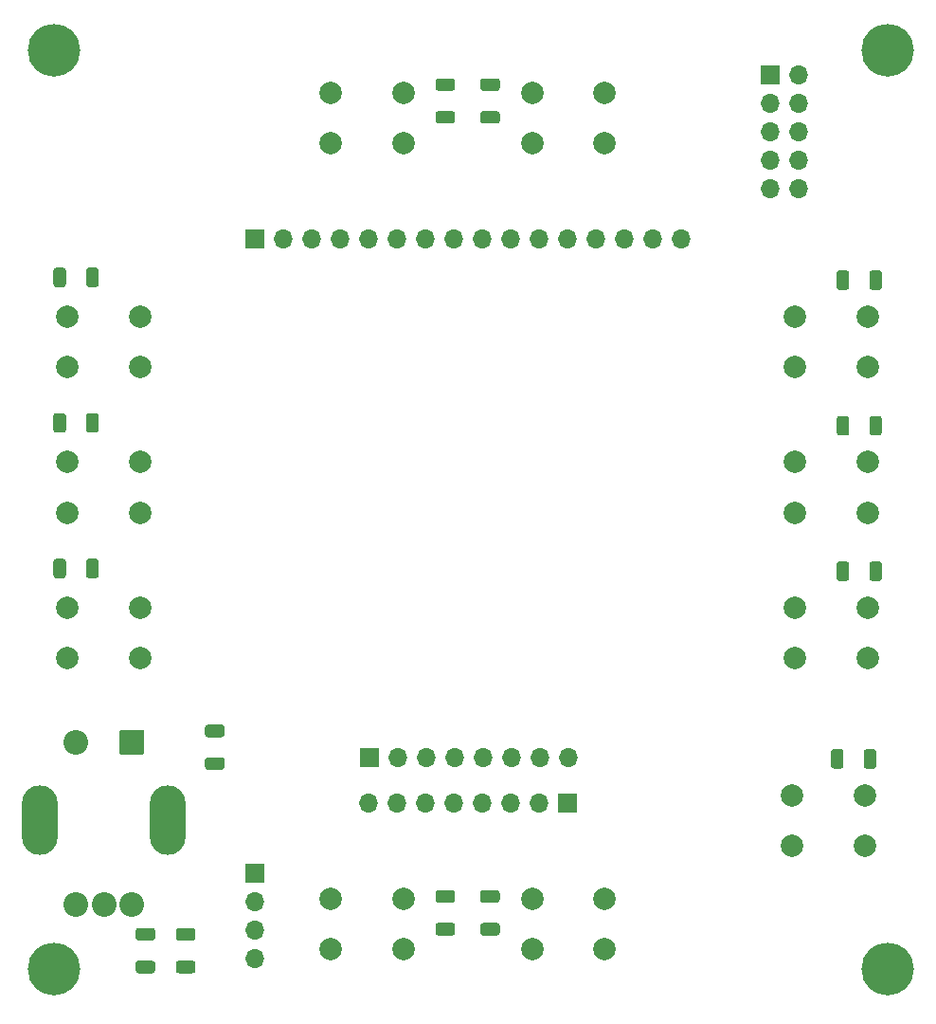
<source format=gbr>
G04 #@! TF.GenerationSoftware,KiCad,Pcbnew,8.0.4+1*
G04 #@! TF.CreationDate,2024-10-22T10:15:23+00:00*
G04 #@! TF.ProjectId,DriverDeskTft,44726976-6572-4446-9573-6b5466742e6b,0.0.1*
G04 #@! TF.SameCoordinates,Original*
G04 #@! TF.FileFunction,Soldermask,Top*
G04 #@! TF.FilePolarity,Negative*
%FSLAX46Y46*%
G04 Gerber Fmt 4.6, Leading zero omitted, Abs format (unit mm)*
G04 Created by KiCad (PCBNEW 8.0.4+1) date 2024-10-22 10:15:23*
%MOMM*%
%LPD*%
G01*
G04 APERTURE LIST*
%ADD10C,4.700000*%
%ADD11R,1.700000X1.700000*%
%ADD12O,1.700000X1.700000*%
%ADD13C,2.000000*%
%ADD14C,2.204000*%
%ADD15O,3.204000X6.204000*%
G04 APERTURE END LIST*
G36*
G01*
X67025000Y-90625000D02*
X67025000Y-91875000D01*
G75*
G02*
X66775000Y-92125000I-250000J0D01*
G01*
X66150000Y-92125000D01*
G75*
G02*
X65900000Y-91875000I0J250000D01*
G01*
X65900000Y-90625000D01*
G75*
G02*
X66150000Y-90375000I250000J0D01*
G01*
X66775000Y-90375000D01*
G75*
G02*
X67025000Y-90625000I0J-250000D01*
G01*
G37*
G36*
G01*
X64100000Y-90625000D02*
X64100000Y-91875000D01*
G75*
G02*
X63850000Y-92125000I-250000J0D01*
G01*
X63225000Y-92125000D01*
G75*
G02*
X62975000Y-91875000I0J250000D01*
G01*
X62975000Y-90625000D01*
G75*
G02*
X63225000Y-90375000I250000J0D01*
G01*
X63850000Y-90375000D01*
G75*
G02*
X64100000Y-90625000I0J-250000D01*
G01*
G37*
G36*
G01*
X67025000Y-103625000D02*
X67025000Y-104875000D01*
G75*
G02*
X66775000Y-105125000I-250000J0D01*
G01*
X66150000Y-105125000D01*
G75*
G02*
X65900000Y-104875000I0J250000D01*
G01*
X65900000Y-103625000D01*
G75*
G02*
X66150000Y-103375000I250000J0D01*
G01*
X66775000Y-103375000D01*
G75*
G02*
X67025000Y-103625000I0J-250000D01*
G01*
G37*
G36*
G01*
X64100000Y-103625000D02*
X64100000Y-104875000D01*
G75*
G02*
X63850000Y-105125000I-250000J0D01*
G01*
X63225000Y-105125000D01*
G75*
G02*
X62975000Y-104875000I0J250000D01*
G01*
X62975000Y-103625000D01*
G75*
G02*
X63225000Y-103375000I250000J0D01*
G01*
X63850000Y-103375000D01*
G75*
G02*
X64100000Y-103625000I0J-250000D01*
G01*
G37*
D10*
X137500000Y-140000000D03*
G36*
G01*
X71825000Y-140393750D02*
X70575000Y-140393750D01*
G75*
G02*
X70325000Y-140143750I0J250000D01*
G01*
X70325000Y-139518750D01*
G75*
G02*
X70575000Y-139268750I250000J0D01*
G01*
X71825000Y-139268750D01*
G75*
G02*
X72075000Y-139518750I0J-250000D01*
G01*
X72075000Y-140143750D01*
G75*
G02*
X71825000Y-140393750I-250000J0D01*
G01*
G37*
G36*
G01*
X71825000Y-137468750D02*
X70575000Y-137468750D01*
G75*
G02*
X70325000Y-137218750I0J250000D01*
G01*
X70325000Y-136593750D01*
G75*
G02*
X70575000Y-136343750I250000J0D01*
G01*
X71825000Y-136343750D01*
G75*
G02*
X72075000Y-136593750I0J-250000D01*
G01*
X72075000Y-137218750D01*
G75*
G02*
X71825000Y-137468750I-250000J0D01*
G01*
G37*
G36*
G01*
X132975000Y-79125000D02*
X132975000Y-77875000D01*
G75*
G02*
X133225000Y-77625000I250000J0D01*
G01*
X133850000Y-77625000D01*
G75*
G02*
X134100000Y-77875000I0J-250000D01*
G01*
X134100000Y-79125000D01*
G75*
G02*
X133850000Y-79375000I-250000J0D01*
G01*
X133225000Y-79375000D01*
G75*
G02*
X132975000Y-79125000I0J250000D01*
G01*
G37*
G36*
G01*
X135900000Y-79125000D02*
X135900000Y-77875000D01*
G75*
G02*
X136150000Y-77625000I250000J0D01*
G01*
X136775000Y-77625000D01*
G75*
G02*
X137025000Y-77875000I0J-250000D01*
G01*
X137025000Y-79125000D01*
G75*
G02*
X136775000Y-79375000I-250000J0D01*
G01*
X136150000Y-79375000D01*
G75*
G02*
X135900000Y-79125000I0J250000D01*
G01*
G37*
G36*
G01*
X78025000Y-122237500D02*
X76775000Y-122237500D01*
G75*
G02*
X76525000Y-121987500I0J250000D01*
G01*
X76525000Y-121362500D01*
G75*
G02*
X76775000Y-121112500I250000J0D01*
G01*
X78025000Y-121112500D01*
G75*
G02*
X78275000Y-121362500I0J-250000D01*
G01*
X78275000Y-121987500D01*
G75*
G02*
X78025000Y-122237500I-250000J0D01*
G01*
G37*
G36*
G01*
X78025000Y-119312500D02*
X76775000Y-119312500D01*
G75*
G02*
X76525000Y-119062500I0J250000D01*
G01*
X76525000Y-118437500D01*
G75*
G02*
X76775000Y-118187500I250000J0D01*
G01*
X78025000Y-118187500D01*
G75*
G02*
X78275000Y-118437500I0J-250000D01*
G01*
X78275000Y-119062500D01*
G75*
G02*
X78025000Y-119312500I-250000J0D01*
G01*
G37*
G36*
G01*
X132475000Y-121875000D02*
X132475000Y-120625000D01*
G75*
G02*
X132725000Y-120375000I250000J0D01*
G01*
X133350000Y-120375000D01*
G75*
G02*
X133600000Y-120625000I0J-250000D01*
G01*
X133600000Y-121875000D01*
G75*
G02*
X133350000Y-122125000I-250000J0D01*
G01*
X132725000Y-122125000D01*
G75*
G02*
X132475000Y-121875000I0J250000D01*
G01*
G37*
G36*
G01*
X135400000Y-121875000D02*
X135400000Y-120625000D01*
G75*
G02*
X135650000Y-120375000I250000J0D01*
G01*
X136275000Y-120375000D01*
G75*
G02*
X136525000Y-120625000I0J-250000D01*
G01*
X136525000Y-121875000D01*
G75*
G02*
X136275000Y-122125000I-250000J0D01*
G01*
X135650000Y-122125000D01*
G75*
G02*
X135400000Y-121875000I0J250000D01*
G01*
G37*
X63000000Y-58000000D03*
D11*
X91220000Y-121100000D03*
D12*
X93760000Y-121100000D03*
X96300000Y-121100000D03*
X98840000Y-121100000D03*
X101380000Y-121100000D03*
X103920000Y-121100000D03*
X106460000Y-121100000D03*
X109000000Y-121100000D03*
G36*
G01*
X67025000Y-77625000D02*
X67025000Y-78875000D01*
G75*
G02*
X66775000Y-79125000I-250000J0D01*
G01*
X66150000Y-79125000D01*
G75*
G02*
X65900000Y-78875000I0J250000D01*
G01*
X65900000Y-77625000D01*
G75*
G02*
X66150000Y-77375000I250000J0D01*
G01*
X66775000Y-77375000D01*
G75*
G02*
X67025000Y-77625000I0J-250000D01*
G01*
G37*
G36*
G01*
X64100000Y-77625000D02*
X64100000Y-78875000D01*
G75*
G02*
X63850000Y-79125000I-250000J0D01*
G01*
X63225000Y-79125000D01*
G75*
G02*
X62975000Y-78875000I0J250000D01*
G01*
X62975000Y-77625000D01*
G75*
G02*
X63225000Y-77375000I250000J0D01*
G01*
X63850000Y-77375000D01*
G75*
G02*
X64100000Y-77625000I0J-250000D01*
G01*
G37*
G36*
G01*
X132975000Y-105125000D02*
X132975000Y-103875000D01*
G75*
G02*
X133225000Y-103625000I250000J0D01*
G01*
X133850000Y-103625000D01*
G75*
G02*
X134100000Y-103875000I0J-250000D01*
G01*
X134100000Y-105125000D01*
G75*
G02*
X133850000Y-105375000I-250000J0D01*
G01*
X133225000Y-105375000D01*
G75*
G02*
X132975000Y-105125000I0J250000D01*
G01*
G37*
G36*
G01*
X135900000Y-105125000D02*
X135900000Y-103875000D01*
G75*
G02*
X136150000Y-103625000I250000J0D01*
G01*
X136775000Y-103625000D01*
G75*
G02*
X137025000Y-103875000I0J-250000D01*
G01*
X137025000Y-105125000D01*
G75*
G02*
X136775000Y-105375000I-250000J0D01*
G01*
X136150000Y-105375000D01*
G75*
G02*
X135900000Y-105125000I0J250000D01*
G01*
G37*
G36*
G01*
X98625000Y-137025000D02*
X97375000Y-137025000D01*
G75*
G02*
X97125000Y-136775000I0J250000D01*
G01*
X97125000Y-136150000D01*
G75*
G02*
X97375000Y-135900000I250000J0D01*
G01*
X98625000Y-135900000D01*
G75*
G02*
X98875000Y-136150000I0J-250000D01*
G01*
X98875000Y-136775000D01*
G75*
G02*
X98625000Y-137025000I-250000J0D01*
G01*
G37*
G36*
G01*
X98625000Y-134100000D02*
X97375000Y-134100000D01*
G75*
G02*
X97125000Y-133850000I0J250000D01*
G01*
X97125000Y-133225000D01*
G75*
G02*
X97375000Y-132975000I250000J0D01*
G01*
X98625000Y-132975000D01*
G75*
G02*
X98875000Y-133225000I0J-250000D01*
G01*
X98875000Y-133850000D01*
G75*
G02*
X98625000Y-134100000I-250000J0D01*
G01*
G37*
G36*
G01*
X75425000Y-140393750D02*
X74175000Y-140393750D01*
G75*
G02*
X73925000Y-140143750I0J250000D01*
G01*
X73925000Y-139518750D01*
G75*
G02*
X74175000Y-139268750I250000J0D01*
G01*
X75425000Y-139268750D01*
G75*
G02*
X75675000Y-139518750I0J-250000D01*
G01*
X75675000Y-140143750D01*
G75*
G02*
X75425000Y-140393750I-250000J0D01*
G01*
G37*
G36*
G01*
X75425000Y-137468750D02*
X74175000Y-137468750D01*
G75*
G02*
X73925000Y-137218750I0J250000D01*
G01*
X73925000Y-136593750D01*
G75*
G02*
X74175000Y-136343750I250000J0D01*
G01*
X75425000Y-136343750D01*
G75*
G02*
X75675000Y-136593750I0J-250000D01*
G01*
X75675000Y-137218750D01*
G75*
G02*
X75425000Y-137468750I-250000J0D01*
G01*
G37*
G36*
G01*
X132975000Y-92125000D02*
X132975000Y-90875000D01*
G75*
G02*
X133225000Y-90625000I250000J0D01*
G01*
X133850000Y-90625000D01*
G75*
G02*
X134100000Y-90875000I0J-250000D01*
G01*
X134100000Y-92125000D01*
G75*
G02*
X133850000Y-92375000I-250000J0D01*
G01*
X133225000Y-92375000D01*
G75*
G02*
X132975000Y-92125000I0J250000D01*
G01*
G37*
G36*
G01*
X135900000Y-92125000D02*
X135900000Y-90875000D01*
G75*
G02*
X136150000Y-90625000I250000J0D01*
G01*
X136775000Y-90625000D01*
G75*
G02*
X137025000Y-90875000I0J-250000D01*
G01*
X137025000Y-92125000D01*
G75*
G02*
X136775000Y-92375000I-250000J0D01*
G01*
X136150000Y-92375000D01*
G75*
G02*
X135900000Y-92125000I0J250000D01*
G01*
G37*
D10*
X63000000Y-140000000D03*
G36*
G01*
X102625000Y-64525000D02*
X101375000Y-64525000D01*
G75*
G02*
X101125000Y-64275000I0J250000D01*
G01*
X101125000Y-63650000D01*
G75*
G02*
X101375000Y-63400000I250000J0D01*
G01*
X102625000Y-63400000D01*
G75*
G02*
X102875000Y-63650000I0J-250000D01*
G01*
X102875000Y-64275000D01*
G75*
G02*
X102625000Y-64525000I-250000J0D01*
G01*
G37*
G36*
G01*
X102625000Y-61600000D02*
X101375000Y-61600000D01*
G75*
G02*
X101125000Y-61350000I0J250000D01*
G01*
X101125000Y-60725000D01*
G75*
G02*
X101375000Y-60475000I250000J0D01*
G01*
X102625000Y-60475000D01*
G75*
G02*
X102875000Y-60725000I0J-250000D01*
G01*
X102875000Y-61350000D01*
G75*
G02*
X102625000Y-61600000I-250000J0D01*
G01*
G37*
D11*
X81000000Y-131460000D03*
D12*
X81000000Y-134000000D03*
X81000000Y-136540000D03*
X81000000Y-139080000D03*
G36*
G01*
X102625000Y-137025000D02*
X101375000Y-137025000D01*
G75*
G02*
X101125000Y-136775000I0J250000D01*
G01*
X101125000Y-136150000D01*
G75*
G02*
X101375000Y-135900000I250000J0D01*
G01*
X102625000Y-135900000D01*
G75*
G02*
X102875000Y-136150000I0J-250000D01*
G01*
X102875000Y-136775000D01*
G75*
G02*
X102625000Y-137025000I-250000J0D01*
G01*
G37*
G36*
G01*
X102625000Y-134100000D02*
X101375000Y-134100000D01*
G75*
G02*
X101125000Y-133850000I0J250000D01*
G01*
X101125000Y-133225000D01*
G75*
G02*
X101375000Y-132975000I250000J0D01*
G01*
X102625000Y-132975000D01*
G75*
G02*
X102875000Y-133225000I0J-250000D01*
G01*
X102875000Y-133850000D01*
G75*
G02*
X102625000Y-134100000I-250000J0D01*
G01*
G37*
D10*
X137500000Y-58000000D03*
G36*
G01*
X98625000Y-64525000D02*
X97375000Y-64525000D01*
G75*
G02*
X97125000Y-64275000I0J250000D01*
G01*
X97125000Y-63650000D01*
G75*
G02*
X97375000Y-63400000I250000J0D01*
G01*
X98625000Y-63400000D01*
G75*
G02*
X98875000Y-63650000I0J-250000D01*
G01*
X98875000Y-64275000D01*
G75*
G02*
X98625000Y-64525000I-250000J0D01*
G01*
G37*
G36*
G01*
X98625000Y-61600000D02*
X97375000Y-61600000D01*
G75*
G02*
X97125000Y-61350000I0J250000D01*
G01*
X97125000Y-60725000D01*
G75*
G02*
X97375000Y-60475000I250000J0D01*
G01*
X98625000Y-60475000D01*
G75*
G02*
X98875000Y-60725000I0J-250000D01*
G01*
X98875000Y-61350000D01*
G75*
G02*
X98625000Y-61600000I-250000J0D01*
G01*
G37*
D11*
X127000000Y-60170000D03*
D12*
X129540000Y-60170000D03*
X127000000Y-62710000D03*
X129540000Y-62710000D03*
X127000000Y-65250000D03*
X129540000Y-65250000D03*
X127000000Y-67790000D03*
X129540000Y-67790000D03*
X127000000Y-70330000D03*
X129540000Y-70330000D03*
D11*
X81000000Y-74800000D03*
D12*
X83540000Y-74800000D03*
X86080000Y-74800000D03*
X88620000Y-74800000D03*
X91160000Y-74800000D03*
X93700000Y-74800000D03*
X96240000Y-74800000D03*
X98780000Y-74800000D03*
X101320000Y-74800000D03*
X103860000Y-74800000D03*
X106400000Y-74800000D03*
X108940000Y-74800000D03*
X111480000Y-74800000D03*
X114020000Y-74800000D03*
X116560000Y-74800000D03*
X119100000Y-74800000D03*
D11*
X108950000Y-125200000D03*
D12*
X106410000Y-125200000D03*
X103870000Y-125200000D03*
X101330000Y-125200000D03*
X98790000Y-125200000D03*
X96250000Y-125200000D03*
X93710000Y-125200000D03*
X91170000Y-125200000D03*
D13*
X94250000Y-61750000D03*
X87750000Y-61750000D03*
X94250000Y-66250000D03*
X87750000Y-66250000D03*
X135500000Y-124500000D03*
X129000000Y-124500000D03*
X135500000Y-129000000D03*
X129000000Y-129000000D03*
X94250000Y-133750000D03*
X87750000Y-133750000D03*
X94250000Y-138250000D03*
X87750000Y-138250000D03*
X135750000Y-81750000D03*
X129250000Y-81750000D03*
X135750000Y-86250000D03*
X129250000Y-86250000D03*
X70750000Y-94750000D03*
X64250000Y-94750000D03*
X70750000Y-99250000D03*
X64250000Y-99250000D03*
D14*
X70000000Y-134250000D03*
X65000000Y-134250000D03*
X67500000Y-134250000D03*
D15*
X73200000Y-126750000D03*
X61800000Y-126750000D03*
G36*
G01*
X71102000Y-118750000D02*
X71102000Y-120750000D01*
G75*
G02*
X71000000Y-120852000I-102000J0D01*
G01*
X69000000Y-120852000D01*
G75*
G02*
X68898000Y-120750000I0J102000D01*
G01*
X68898000Y-118750000D01*
G75*
G02*
X69000000Y-118648000I102000J0D01*
G01*
X71000000Y-118648000D01*
G75*
G02*
X71102000Y-118750000I0J-102000D01*
G01*
G37*
D14*
X65000000Y-119750000D03*
D13*
X112250000Y-133750000D03*
X105750000Y-133750000D03*
X112250000Y-138250000D03*
X105750000Y-138250000D03*
X135750000Y-94750000D03*
X129250000Y-94750000D03*
X135750000Y-99250000D03*
X129250000Y-99250000D03*
X70750000Y-81750000D03*
X64250000Y-81750000D03*
X70750000Y-86250000D03*
X64250000Y-86250000D03*
X70750000Y-107750000D03*
X64250000Y-107750000D03*
X70750000Y-112250000D03*
X64250000Y-112250000D03*
X135750000Y-107750000D03*
X129250000Y-107750000D03*
X135750000Y-112250000D03*
X129250000Y-112250000D03*
X112250000Y-61750000D03*
X105750000Y-61750000D03*
X112250000Y-66250000D03*
X105750000Y-66250000D03*
M02*

</source>
